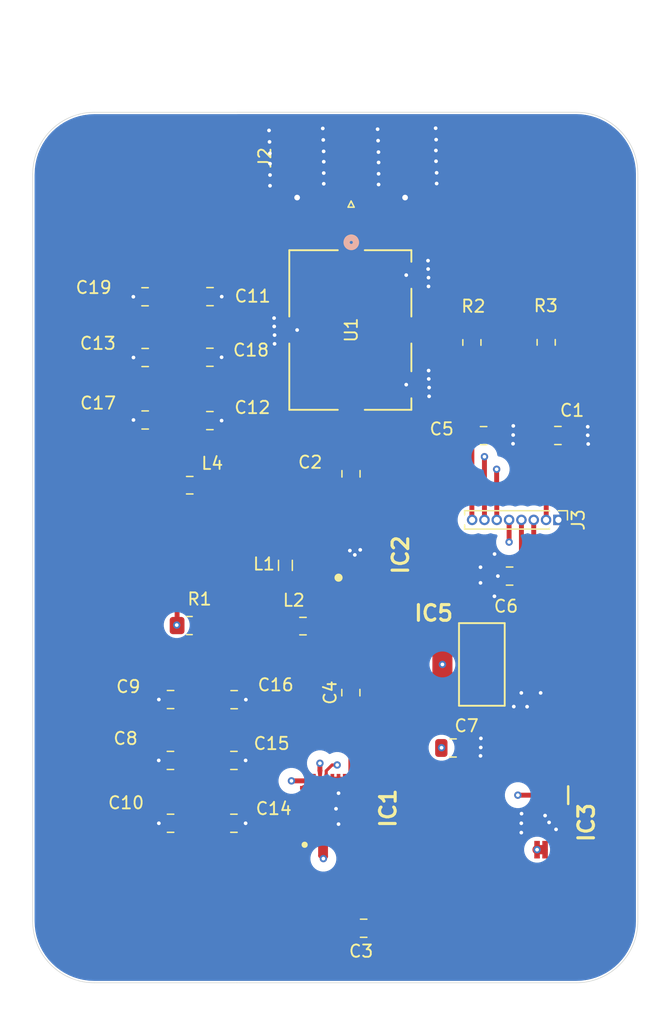
<source format=kicad_pcb>
(kicad_pcb
	(version 20241229)
	(generator "pcbnew")
	(generator_version "9.0")
	(general
		(thickness 1.5318)
		(legacy_teardrops no)
	)
	(paper "A4")
	(layers
		(0 "F.Cu" signal)
		(4 "In1.Cu" signal)
		(6 "In2.Cu" signal)
		(2 "B.Cu" signal)
		(9 "F.Adhes" user "F.Adhesive")
		(11 "B.Adhes" user "B.Adhesive")
		(13 "F.Paste" user)
		(15 "B.Paste" user)
		(5 "F.SilkS" user "F.Silkscreen")
		(7 "B.SilkS" user "B.Silkscreen")
		(1 "F.Mask" user)
		(3 "B.Mask" user)
		(17 "Dwgs.User" user "User.Drawings")
		(19 "Cmts.User" user "User.Comments")
		(21 "Eco1.User" user "User.Eco1")
		(23 "Eco2.User" user "User.Eco2")
		(25 "Edge.Cuts" user)
		(27 "Margin" user)
		(31 "F.CrtYd" user "F.Courtyard")
		(29 "B.CrtYd" user "B.Courtyard")
		(35 "F.Fab" user)
		(33 "B.Fab" user)
		(39 "User.1" user)
		(41 "User.2" user)
		(43 "User.3" user)
		(45 "User.4" user)
	)
	(setup
		(stackup
			(layer "F.SilkS"
				(type "Top Silk Screen")
			)
			(layer "F.Paste"
				(type "Top Solder Paste")
			)
			(layer "F.Mask"
				(type "Top Solder Mask")
				(thickness 0.01)
			)
			(layer "F.Cu"
				(type "copper")
				(thickness 0.0432)
			)
			(layer "dielectric 1"
				(type "prepreg")
				(thickness 0.1999)
				(material "FR4")
				(epsilon_r 4.5)
				(loss_tangent 0.02)
			)
			(layer "In1.Cu"
				(type "copper")
				(thickness 0.0175)
			)
			(layer "dielectric 2"
				(type "core")
				(thickness 0.9906)
				(material "FR4")
				(epsilon_r 4.5)
				(loss_tangent 0.02)
			)
			(layer "In2.Cu"
				(type "copper")
				(thickness 0.0175)
			)
			(layer "dielectric 3"
				(type "prepreg")
				(thickness 0.1999)
				(material "FR4")
				(epsilon_r 4.5)
				(loss_tangent 0.02)
			)
			(layer "B.Cu"
				(type "copper")
				(thickness 0.0432)
			)
			(layer "B.Mask"
				(type "Bottom Solder Mask")
				(thickness 0.01)
			)
			(layer "B.Paste"
				(type "Bottom Solder Paste")
			)
			(layer "B.SilkS"
				(type "Bottom Silk Screen")
			)
			(copper_finish "None")
			(dielectric_constraints no)
		)
		(pad_to_mask_clearance 0)
		(allow_soldermask_bridges_in_footprints no)
		(tenting front back)
		(pcbplotparams
			(layerselection 0x00000000_00000000_55555555_5755f5ff)
			(plot_on_all_layers_selection 0x00000000_00000000_00000000_00000000)
			(disableapertmacros no)
			(usegerberextensions no)
			(usegerberattributes yes)
			(usegerberadvancedattributes yes)
			(creategerberjobfile yes)
			(dashed_line_dash_ratio 12.000000)
			(dashed_line_gap_ratio 3.000000)
			(svgprecision 4)
			(plotframeref no)
			(mode 1)
			(useauxorigin no)
			(hpglpennumber 1)
			(hpglpenspeed 20)
			(hpglpendiameter 15.000000)
			(pdf_front_fp_property_popups yes)
			(pdf_back_fp_property_popups yes)
			(pdf_metadata yes)
			(pdf_single_document no)
			(dxfpolygonmode yes)
			(dxfimperialunits yes)
			(dxfusepcbnewfont yes)
			(psnegative no)
			(psa4output no)
			(plot_black_and_white yes)
			(sketchpadsonfab no)
			(plotpadnumbers no)
			(hidednponfab no)
			(sketchdnponfab yes)
			(crossoutdnponfab yes)
			(subtractmaskfromsilk no)
			(outputformat 1)
			(mirror no)
			(drillshape 1)
			(scaleselection 1)
			(outputdirectory "")
		)
	)
	(net 0 "")
	(net 1 "Net-(IC2-RF-IN)")
	(net 2 "Net-(U1-LO)")
	(net 3 "Net-(IC2-RF-OUT_&_DC)")
	(net 4 "/RF_IN")
	(net 5 "Net-(IC3-OUT)")
	(net 6 "/RF_OUT")
	(net 7 "/ESP")
	(net 8 "GND")
	(net 9 "/5V")
	(net 10 "Net-(IC1-D4{slash}LE0)")
	(net 11 "/LE")
	(net 12 "/SI")
	(net 13 "/CLK")
	(net 14 "Net-(IC2-BIAS)")
	(net 15 "unconnected-(IC2-NC_5-Pad8)")
	(net 16 "unconnected-(IC2-NC_3-Pad4)")
	(net 17 "unconnected-(IC2-NC_1-Pad2)")
	(net 18 "unconnected-(IC2-NC_2-Pad3)")
	(net 19 "unconnected-(IC2-NC_4-Pad5)")
	(net 20 "/Tune")
	(net 21 "unconnected-(IC3-N.C.-Pad1)")
	(net 22 "Net-(J2-In)")
	(net 23 "Net-(C10-Pad1)")
	(net 24 "Net-(U1-IF)")
	(net 25 "unconnected-(IC5-OUT_2-Pad2)")
	(net 26 "Net-(IC1-S{slash}~{P})")
	(net 27 "/FLL")
	(footprint "Capacitor_SMD:C_0805_2012Metric" (layer "F.Cu") (at 115.09 93.13 180))
	(footprint "Capacitor_SMD:C_0805_2012Metric" (layer "F.Cu") (at 142.6 73.07 180))
	(footprint "Inductor_SMD:L_0805_2012Metric_Pad1.05x1.20mm_HandSolder" (layer "F.Cu") (at 124.41 72.1985 90))
	(footprint "Capacitor_SMD:C_0805_2012Metric" (layer "F.Cu") (at 146.52 61.66))
	(footprint "Capacitor_SMD:C_0805_2012Metric" (layer "F.Cu") (at 129.731 64.7685 -90))
	(footprint "Capacitor_SMD:C_0805_2012Metric" (layer "F.Cu") (at 138.01 87.02))
	(footprint "Connector_PinHeader_1.00mm:PinHeader_1x08_P1.00mm_Vertical" (layer "F.Cu") (at 146.56 68.51 -90))
	(footprint "Capacitor_SMD:C_0805_2012Metric" (layer "F.Cu") (at 118.28 55.31))
	(footprint "Resistor_SMD:R_0805_2012Metric_Pad1.20x1.40mm_HandSolder" (layer "F.Cu") (at 116.62 77.085))
	(footprint "ADP3338AKCZ-5-R7:SOT230P700X180-4N" (layer "F.Cu") (at 140.35 80.24 180))
	(footprint "Capacitor_SMD:C_0805_2012Metric" (layer "F.Cu") (at 115.09 83.09 180))
	(footprint "Resistor_SMD:R_0805_2012Metric_Pad1.20x1.40mm_HandSolder" (layer "F.Cu") (at 145.57 54.1 90))
	(footprint "Capacitor_SMD:C_0805_2012Metric_Pad1.18x1.45mm_HandSolder" (layer "F.Cu") (at 130.7575 101.65))
	(footprint "Resistor_SMD:R_0805_2012Metric_Pad1.20x1.40mm_HandSolder" (layer "F.Cu") (at 139.54 54.11 90))
	(footprint "QFN50P500X500X90:QFN50P500X500X90-33N-D" (layer "F.Cu") (at 128.47 92 90))
	(footprint "Capacitor_SMD:C_0805_2012Metric" (layer "F.Cu") (at 118.28 60.45))
	(footprint "Connector_Coaxial:SMA_Molex_73251-1153_EdgeMount_Horizontal" (layer "F.Cu") (at 129.74 40.63 -90))
	(footprint "Capacitor_SMD:C_0805_2012Metric" (layer "F.Cu") (at 113.02 50.4 180))
	(footprint "Capacitor_SMD:C_0805_2012Metric" (layer "F.Cu") (at 113.03 55.33 180))
	(footprint "Capacitor_SMD:C_0805_2012Metric" (layer "F.Cu") (at 118.29 50.39))
	(footprint "Inductor_SMD:L_0805_2012Metric_Pad1.15x1.40mm_HandSolder" (layer "F.Cu") (at 125.835 77.13))
	(footprint "Capacitor_SMD:C_0805_2012Metric" (layer "F.Cu") (at 140.49 61.67))
	(footprint "MAX2623EUA:SOP65P490X110-9N" (layer "F.Cu") (at 145.805 93.062 -90))
	(footprint "LNA_PLL:QFN66P300X300X89-9N" (layer "F.Cu") (at 130.041 71.3485 90))
	(footprint "Capacitor_SMD:C_0805_2012Metric_Pad1.18x1.45mm_HandSolder" (layer "F.Cu") (at 129.72 82.5275 90))
	(footprint "Capacitor_SMD:C_0805_2012Metric" (layer "F.Cu") (at 113.03 60.4 180))
	(footprint "Capacitor_SMD:C_0805_2012Metric" (layer "F.Cu") (at 120.23 93.13))
	(footprint "Capacitor_SMD:C_0805_2012Metric" (layer "F.Cu") (at 115.08 88.03 180))
	(footprint "footprints_mix:TTT166_MNC" (layer "F.Cu") (at 129.6775 53.0979 90))
	(footprint "Capacitor_SMD:C_0805_2012Metric" (layer "F.Cu") (at 120.23 88.03))
	(footprint "Capacitor_SMD:C_0805_2012Metric" (layer "F.Cu") (at 120.25 83.1))
	(footprint "Inductor_SMD:L_0805_2012Metric_Pad1.15x1.40mm_HandSolder" (layer "F.Cu") (at 116.645 65.695))
	(gr_rect
		(start 125.7 92.21)
		(end 127.11 93.72)
		(stroke
			(width 0.2)
			(type solid)
		)
		(fill yes)
		(layer "F.Cu")
		(net 8)
		(uuid "2f171cc3-7986-4b81-8565-7b0bf2a4b680")
	)
	(gr_poly
		(pts
			(xy 129.825487 95.382134) (xy 129.614961 95.382134) (xy 129.660224 94.952134) (xy 129.71 94.62) (xy 129.78 94.95)
		)
		(stroke
			(width 0.2)
			(type solid)
		)
		(fill yes)
		(layer "F.Cu")
		(net 4)
		(uuid "35e5da3c-c6bf-4c91-a244-d3ce75e8d593")
	)
	(gr_poly
		(pts
			(xy 127.11 88.83) (xy 127.317782 88.83) (xy 127.279887 89.19) (xy 127.228282 89.332526) (xy 127.160111 89.192134)
		)
		(stroke
			(width 0.2)
			(type solid)
		)
		(fill yes)
		(layer "F.Cu")
		(net 13)
		(uuid "52ed289a-f338-46e8-a8b3-20aa6201b102")
	)
	(gr_rect
		(start 127.14 94.05)
		(end 127.78 94.99)
		(stroke
			(width 0.2)
			(type solid)
		)
		(fill yes)
		(layer "F.Cu")
		(net 26)
		(uuid "84ce7d96-dbff-4186-a828-805574d32b42")
	)
	(gr_rect
		(start 130.19 89.15)
		(end 131.23 94.86)
		(stroke
			(width 0.2)
			(type solid)
		)
		(fill yes)
		(layer "F.Cu")
		(net 8)
		(uuid "a483e69c-a5be-4c41-a45d-b8dc8d58002f")
	)
	(gr_poly
		(pts
			(xy 129.622105 88.85) (xy 129.817895 88.85) (xy 129.78 89.21) (xy 129.728395 89.352526) (xy 129.660224 89.212134)
		)
		(stroke
			(width 0.2)
			(type solid)
		)
		(fill yes)
		(layer "F.Cu")
		(net 6)
		(uuid "af415c8b-c407-4b19-8e73-57e7f973da42")
	)
	(gr_line
		(start 127.46 94.68)
		(end 127.46 95.66)
		(stroke
			(width 0.2)
			(type default)
		)
		(layer "F.Cu")
		(net 26)
		(uuid "d6b71489-6567-4e55-b4f3-4e14c7179171")
	)
	(gr_line
		(start 120.475534 106.074466)
		(end 148.004466 106.074466)
		(stroke
			(width 0.05)
			(type default)
		)
		(layer "Edge.Cuts")
		(uuid "0b36b555-400c-479f-bfdb-dba098349b73")
	)
	(gr_arc
		(start 148.004466 35.425534)
		(mid 151.54 36.89)
		(end 153.004466 40.425534)
		(stroke
			(width 0.05)
			(type default)
		)
		(layer "Edge.Cuts")
		(uuid "0d48c8f5-1a05-4bb4-bb1e-4a98d8b2b2b5")
	)
	(gr_line
		(start 153.004466 101.0745)
		(end 153.004466 40.425534)
		(stroke
			(width 0.05)
			(type default)
		)
		(layer "Edge.Cuts")
		(uuid "2d0e1df4-6a12-47e1-8fb1-0b78f6639561")
	)
	(gr_arc
		(start 108.905534 106.074466)
		(mid 105.37 104.61)
		(end 103.905534 101.074466)
		(stroke
			(width 0.05)
			(type default)
		)
		(layer "Edge.Cuts")
		(uuid "454f7ffa-24c2-4220-b404-01f2b38aa0b4")
	)
	(gr_arc
		(start 153.004466 101.074466)
		(mid 151.54 104.61)
		(end 148.004466 106.074466)
		(stroke
			(width 0.05)
			(type default)
		)
		(layer "Edge.Cuts")
		(uuid "4f0a8343-d351-484e-a27c-7365cf771aa1")
	)
	(gr_line
		(start 103.905535 101.074466)
		(end 103.905535 40.43)
		(stroke
			(width 0.05)
			(type default)
		)
		(layer "Edge.Cuts")
		(uuid "950026e8-c314-4a8a-a6a3-e5e591584520")
	)
	(gr_line
		(start 148.004466 35.425535)
		(end 120.48 35.425535)
		(stroke
			(width 0.05)
			(type default)
		)
		(layer "Edge.Cuts")
		(uuid "ed5b9a9e-5b60-4ce9-8f5e-6e1726177c6a")
	)
	(gr_line
		(start 120.48 35.43)
		(end 108.91 35.43)
		(stroke
			(width 0.05)
			(type default)
		)
		(layer "Edge.Cuts")
		(uuid "f57f509a-4605-4171-a8c9-7cc45d34f937")
	)
	(gr_arc
		(start 103.91 40.43)
		(mid 105.374466 36.894466)
		(end 108.91 35.43)
		(stroke
			(width 0.05)
			(type default)
		)
		(layer "Edge.Cuts")
		(uuid "f8d43a77-b4eb-4cd6-b8ac-05326e723585")
	)
	(gr_line
		(start 120.475534 106.074466)
		(end 108.905534 106.074466)
		(stroke
			(width 0.05)
			(type default)
		)
		(layer "Edge.Cuts")
		(uuid "f91a5bcd-9a6d-49e6-8c94-7ebb526b42fe")
	)
	(segment
		(start 129.72 77.159)
		(end 129.711 77.15)
		(width 0.398728)
		(layer "F.Cu")
		(net 1)
		(uuid "080e6c2d-a6ae-46fb-8a01-9ff873a94113")
	)
	(segment
		(start 129.711 72.7985)
		(end 129.711 73.5)
		(width 0.398728)
		(layer "F.Cu")
		(net 1)
		(uuid "29308979-70b5-415a-b17b-e4726bd1b294")
	)
	(segment
		(start 129.72 81.49)
		(end 129.72 77.159)
		(width 0.398728)
		(layer "F.Cu")
		(net 1)
		(uuid "398f9cde-3ba7-4a3d-aa4e-8379d206c794")
	)
	(segment
		(start 129.711 73.5)
		(end 129.711 77.15)
		(width 0.398728)
		(layer "F.Cu")
		(net 1)
		(uuid "3ff29c96-620d-480f-a653-0fbf304be545")
	)
	(segment
		(start 126.86 77.13)
		(end 129.691 77.13)
		(width 0.398728)
		(layer "F.Cu")
		(net 1)
		(uuid "c6ff7f3e-d76c-477f-8e06-2af6c290d5d1")
	)
	(segment
		(start 124.41 73.3485)
		(end 129.5595 73.3485)
		(width 0.398728)
		(layer "F.Cu")
		(net 1)
		(uuid "f340cedf-050b-4b86-868c-3ef000f0bff3")
	)
	(segment
		(start 129.5595 73.3485)
		(end 129.711 73.5)
		(width 0.398728)
		(layer "F.Cu")
		(net 1)
		(uuid "f44eac27-7a7c-4184-aea5-17ce6693be60")
	)
	(segment
		(start 129.7537 59.0669)
		(end 129.7537 63.7958)
		(width 0.398728)
		(layer "F.Cu")
		(net 2)
		(uuid "32ee679d-f4a4-44b3-9355-2718ad3d6e06")
	)
	(segment
		(start 129.7537 63.7958)
		(end 129.731 63.8185)
		(width 0.398728)
		(layer "F.Cu")
		(net 2)
		(uuid "e7f0ce5e-9654-45a7-8651-772b7e097b1a")
	)
	(segment
		(start 129.731 65.7185)
		(end 129.731 66.049)
		(width 0.398728)
		(layer "F.Cu")
		(net 3)
		(uuid "36e9e042-54fb-431c-b909-dac1029ecf8d")
	)
	(segment
		(start 129.711 66.069)
		(end 129.711 69.8985)
		(width 0.398728)
		(layer "F.Cu")
		(net 3)
		(uuid "74b6505c-2a5e-48e2-ab41-820a95c50c9e")
	)
	(segment
		(start 129.7025 65.69)
		(end 129.731 65.7185)
		(width 0.398728)
		(layer "F.Cu")
		(net 3)
		(uuid "78515c5b-993b-4a12-9ed1-1a4b2df38e3e")
	)
	(segment
		(start 129.731 66.049)
		(end 129.711 66.069)
		(width 0.398728)
		(layer "F.Cu")
		(net 3)
		(uuid "abcc590e-3179-408b-917f-ece7d454c3b3")
	)
	(segment
		(start 117.67 65.695)
		(end 129.7075 65.695)
		(width 0.398728)
		(layer "F.Cu")
		(net 3)
		(uuid "b26a5ca9-20f0-4a69-b412-c54f08f9e0f8")
	)
	(segment
		(start 129.7075 65.695)
		(end 129.731 65.7185)
		(width 0.398728)
		(layer "F.Cu")
		(net 3)
		(uuid "fbb88b0b-8998-4a36-b474-0a4b5af0da91")
	)
	(segment
		(start 129.72 101.65)
		(end 129.72 95.432309)
		(width 0.398728)
		(layer "F.Cu")
		(net 4)
		(uuid "4c887986-d2ae-411e-a80b-8cd1cf224859")
	)
	(segment
		(start 140.62 101.65)
		(end 131.795 101.65)
		(width 0.398728)
		(layer "F.Cu")
		(net 5)
		(uuid "81422b19-9156-4de0-9ec8-952f27fcb20e")
	)
	(segment
		(start 146.13 96.14)
		(end 140.62 101.65)
		(width 0.398728)
		(layer "F.Cu")
		(net 5)
		(uuid "d337b02b-497f-4c36-9781-4ea4c1e5f651")
	)
	(segment
		(start 146.13 95.274)
		(end 146.13 96.14)
		(width 0.398728)
		(layer "F.Cu")
		(net 5)
		(uuid "ebabb54e-0471-4637-924a-8e621f1ead09")
	)
	(segment
		(start 129.72 83.565)
		(end 129.72 88.864636)
		(width 0.398728)
		(layer "F.Cu")
		(net 6)
		(uuid "ae548f24-4aa7-4d0a-a579-5eca075eb7bf")
	)
	(segment
		(start 139.54 61.67)
		(end 139.54 55.11)
		(width 0.398728)
		(layer "F.Cu")
		(net 7)
		(uuid "6d66dca5-f136-4af3-b6b9-f84e4a42f3d8")
	)
	(segment
		(start 139.54 68.49)
		(end 139.56 68.51)
		(width 0.398728)
		(layer "F.Cu")
		(net 7)
		(uuid "cb0d08ed-4db2-42d1-90fe-879e57ce7b28")
	)
	(segment
		(start 139.54 61.67)
		(end 139.54 68.49)
		(width 0.398728)
		(layer "F.Cu")
		(net 7)
		(uuid "eecb4e67-ae88-4854-8513-11bce04c068c")
	)
	(segment
		(start 135.99 48.15)
		(end 134.7054 48.15)
		(width 0.25)
		(layer "F.Cu")
		(net 8)
		(uuid "03873696-f605-4315-924f-5cfac0a81e9b")
	)
	(segment
		(start 125.371 38.809)
		(end 125.371 38.9185)
		(width 0.25)
		(layer "F.Cu")
		(net 8)
		(uuid "08702650-6b98-41c3-a351-1dba4a828e93")
	)
	(segment
		(start 145.48 92.507)
		(end 145.48 90.85)
		(width 0.25)
		(layer "F.Cu")
		(net 8)
		(uuid "0978fd7d-2e00-47a6-976e-e8350d3b9f22")
	)
	(segment
		(start 123.16 41.39)
		(end 125.371 39.179)
		(width 0.25)
		(layer "F.Cu")
		(net 8)
		(uuid "0bf7ac19-8065-4f43-943f-e082bcbc7554")
	)
	(segment
		(start 148.94 60.95)
		(end 148.18 60.95)
		(width 0.25)
		(layer "F.Cu")
		(net 8)
		(uuid "0d9a258b-5286-4395-8ca4-d60396622ed6")
	)
	(segment
		(start 114.14 88.02)
		(end 114.13 88.03)
		(width 0.398728)
		(layer "F.Cu")
		(net 8)
		(uuid "0da5a059-4493-443b-a150-792762392184")
	)
	(segment
		(start 112.07 48.25)
		(end 112.87 47.45)
		(width 0.398728)
		(layer "F.Cu")
		(net 8)
		(uuid "0dd9ed4a-9ecf-4672-ba10-a4e1d01d1731")
	)
	(segment
		(start 134.4496 57.77)
		(end 134.2125 57.5329)
		(width 0.25)
		(layer "F.Cu")
		(net 8)
		(uuid "0eabe019-d38f-4ea4-8122-f74c5dfd66a9")
	)
	(segment
		(start 136.5225 41.21)
		(end 134.221 38.9085)
		(width 0.25)
		(layer "F.Cu")
		(net 8)
		(uuid "12587238-0076-4dff-bfbe-b7984b3c01db")
	)
	(segment
		(start 135.3554 56.39)
		(end 134.2125 57.5329)
		(width 0.25)
		(layer "F.Cu")
		(net 8)
		(uuid "16410092-a72d-462b-8384-49aa83f63fea")
	)
	(segment
		(start 139.6 87.66)
		(end 138.96 87.02)
		(width 0.25)
		(layer "F.Cu")
		(net 8)
		(uuid "164630af-0926-4f45-9180-c7d56cc6637a")
	)
	(segment
		(start 141.37 73.35)
		(end 141.65 73.07)
		(width 0.25)
		(layer "F.Cu")
		(net 8)
		(uuid "19232dc7-df61-422b-b8f9-9c8b3f24e7ff")
	)
	(segment
		(start 126.6195 37.67)
		(end 125.371 38.9185)
		(width 0.25)
		(layer "F.Cu")
		(net 8)
		(uuid "1dc1f11b-0eee-483e-a746-7f74a2b7a82a")
	)
	(segment
		(start 125.2125 38.76)
		(end 125.371 38.9185)
		(width 0.25)
		(layer "F.Cu")
		(net 8)
		(uuid "24b39ed5-04d2-4696-a7ba-9b776b65fc01")
	)
	(segment
		(start 140.27 86.24)
		(end 139.74 86.24)
		(width 0.25)
		(layer "F.Cu")
		(net 8)
		(uuid "25a99e8f-7233-49cd-8728-825d1df2575f")
	)
	(segment
		(start 121.18 88.03)
		(end 121.18 93.13)
		(width 0.398728)
		(layer "F.Cu")
		(net 8)
		(uuid "26649a10-d590-47ad-9a2c-4b61b833fb8b")
	)
	(segment
		(start 127.52 41.23)
		(end 125.371 39.081)
		(width 0.25)
		(layer "F.Cu")
		(net 8)
		(uuid "275b2bc1-08f3-4c12-8210-a6b99fbb5c38")
	)
	(segment
		(start 139.74 86.24)
		(end 138.96 87.02)
		(width 0.25)
		(layer "F.Cu")
		(net 8)
		(uuid "29582239-68d6-4733-94c7-e1345913512a")
	)
	(segment
		(start 124.6895 39.6)
		(end 125.371 38.9185)
		(width 0.25)
		(layer "F.Cu")
		(net 8)
		(uuid "2a471495-f01b-4b05-8767-07dc7af44667")
	)
	(segment
		(start 133.6395 39.49)
		(end 134.221 38.9085)
		(width 0.25)
		(layer "F.Cu")
		(net 8)
		(uuid "2b466981-d497-4d49-b856-e57e53b366b6")
	)
	(segment
		(start 124.3916 52.13)
		(end 125.3595 53.0979)
		(width 0.25)
		(layer "F.Cu")
		(net 8)
		(uuid "2bbfd64a-845a-4e5f-b965-547532d5e0fc")
	)
	(segment
		(start 123.53 53.51)
		(end 124.9474 53.51)
		(width 0.25)
		(layer "F.Cu")
		(net 8)
		(uuid "2e1e8974-e41e-467c-a083-04e75bc07049")
	)
	(segment
		(start 131.96 38.66)
		(end 133.8725 38.66)
		(width 0.25)
		(layer "F.Cu")
		(net 8)
		(uuid "2f5410a9-04e8-4124-9ea5-37581e7f422e")
	)
	(segment
		(start 145.805 93.062)
		(end 145.48 92.737)
		(width 0.25)
		(layer "F.Cu")
		(net 8)
		(uuid "2f7cef1f-b61c-4ea9-8e41-8136ca0c0c8b")
	)
	(segment
		(start 132.6295 40.42)
		(end 134.131 38.9185)
		(width 0.25)
		(layer "F.Cu")
		(net 8)
		(uuid "3132fd01-1bda-4b43-8f77-92783dc92b31")
	)
	(segment
		(start 148.18 60.95)
		(end 147.47 61.66)
		(width 0.25)
		(layer "F.Cu")
		(net 8)
		(uuid "329dd8bf-bf88-44e3-8292-15d522c44933")
	)
	(segment
		(start 136.4095 36.72)
		(end 134.221 38.9085)
		(width 0.25)
		(layer "F.Cu")
		(net 8)
		(uuid "33747d8c-0e63-4418-a949-130b36de4d22")
	)
	(segment
		(start 114.14 94.93)
		(end 114.81 95.6)
		(width 0.398728)
		(layer "F.Cu")
		(net 8)
		(uuid "36898090-1b99-42bf-80fb-e947c40d9a28")
	)
	(segment
		(start 114.13 88.03)
		(end 114.13 93.12)
		(width 0.398728)
		(layer "F.Cu")
		(net 8)
		(uuid "370ee463-0871-4256-a6d9-c9abc56f5ee4")
	)
	(segment
		(start 136.6 36.72)
		(end 136.4095 36.72)
		(width 0.25)
		(layer "F.Cu")
		(net 8)
		(uuid "38f656a0-5ee3-41af-aaad-35469629338e")
	)
	(segment
		(start 146.37 93.627)
		(end 146.78 94.037)
		(width 0.25)
		(layer "F.Cu")
		(net 8)
		(uuid "397cbd8d-e56e-427a-b729-59ba6da6a2c7")
	)
	(segment
		(start 127.44 36.74)
		(end 125.371 38.809)
		(width 0.25)
		(layer "F.Cu")
		(net 8)
		(uuid "3baacb40-1ac4-4667-829b-fd478958f2b6")
	)
	(segment
		(start 131.93 37.73)
		(end 132.9425 37.73)
		(width 0.25)
		(layer "F.Cu")
		(net 8)
		(uuid "3bc33c4b-22bd-40b0-b4cc-236d5db3759b")
	)
	(segment
		(start 140.24 87.66)
		(end 139.6 87.66)
		(width 0.25)
		(layer "F.Cu")
		(net 8)
		(uuid "3c17359f-e5fd-429f-bc86-6d314b0f752b")
	)
	(segment
		(start 128.72 91.75)
		(end 128.515 91.955)
		(width 0.398728)
		(layer "F.Cu")
		(net 8)
		(uuid "3cb5fc3e-ed7d-4155-91cf-d53d1c63217a")
	)
	(segment
		(start 145.48 92.737)
		(end 145.48 92.507)
		(width 0.25)
		(layer "F.Cu")
		(net 8)
		(uuid "3cc4c58d-ceba-437a-8d0b-2e0e19d948c6")
	)
	(segment
		(start 128.72 89.55)
		(end 129.22 89.55)
		(width 0.398728)
		(layer "F.Cu")
		(net 8)
		(uuid "3d4ab401-d545-4bc2-8db2-47efb2fadead")
	)
	(segment
		(start 120.6 95.6)
		(end 121.18 95.02)
		(width 0.398728)
		(layer "F.Cu")
		(net 8)
		(uuid "3ef34bc3-a7ac-49d1-9cc0-37549173ac34")
	)
	(segment
		(start 135.1296 49.56)
		(end 134.2125 48.6429)
		(width 0.25)
		(layer "F.Cu")
		(net 8)
		(uuid "3f709c1c-6f57-4712-a57b-79e7645d54b1")
	)
	(segment
		(start 125.8925 39.44)
		(end 125.371 38.9185)
		(width 0.25)
		(layer "F.Cu")
		(net 8)
		(uuid "44801242-63e0-4471-9e41-ca1e17675f73")
	)
	(segment
		(start 119.23 55.31)
		(end 119.23 60.45)
		(width 0.398728)
		(layer "F.Cu")
		(net 8)
		(uuid "45b979f5-1ba8-4bc1-b9fb-c013b7f32cac")
	)
	(segment
		(start 134.4196 48.85)
		(end 134.2125 48.6429)
		(width 0.25)
		(layer "F.Cu")
		(net 8)
		(uuid "466851d4-bf87-405a-9d54-b05b41677d41")
	)
	(segment
		(start 142.88 62.33)
		(end 142.1 62.33)
		(width 0.25)
		(layer "F.Cu")
		(net 8)
		(uuid "4755ba0d-55f3-4375-acac-abe17af79574")
	)
	(segment
		(start 135.6525 40.34)
		(end 134.221 38.9085)
		(width 0.25)
		(layer "F.Cu")
		(net 8)
		(uuid "4782afdb-69a1-4bab-84f8-c6a6310a3d4b")
	)
	(segment
		(start 127.52 39.44)
		(end 125.8925 39.44)
		(width 0.25)
		(layer "F.Cu")
		(net 8)
		(uuid "49674d2d-5395-4e6b-9ed4-3fc755f4e8aa")
	)
	(segment
		(start 142.9 60.88)
		(end 142.23 60.88)
		(width 0.25)
		(layer "F.Cu")
		(net 8)
		(uuid "49e5757e-9046-4d31-a924-bebcf92e2677")
	)
	(segment
		(start 134.7054 48.15)
		(end 134.2125 48.6429)
		(width 0.25)
		(layer "F.Cu")
		(net 8)
		(uuid "4aacf245-8cfc-4e37-8826-28ecded0a366")
	)
	(segment
		(start 127.51 38.6)
		(end 125.6895 38.6)
		(width 0.25)
		(layer "F.Cu")
		(net 8)
		(uuid "4ae9c0b8-7b99-401d-a78a-7bf41b3ba68b")
	)
	(segment
		(start 125.371 39.179)
		(end 125.371 38.9185)
		(width 0.25)
		(layer "F.Cu")
		(net 8)
		(uuid "4affc160-dd36-4a1b-bd0a-ae17b2f19cab")
	)
	(segment
		(start 118.4 40.52)
		(end 123.16 40.52)
		(width 0.398728)
		(layer "F.Cu")
		(net 8)
		(uuid "4b321e74-3855-4c14-a1ee-c57e4fa07836")
	)
	(segment
		(start 131.97 41.29)
		(end 131.97 41.0795)
		(width 0.25)
		(layer "F.Cu")
		(net 8)
		(uuid "4b96896b-86af-4dee-8849-c07486f866ba")
	)
	(segment
		(start 114.14 83.09)
		(end 114.14 88.02)
		(width 0.398728)
		(layer "F.Cu")
		(net 8)
		(uuid "51eff549-8687-4dbb-be10-6d4a355a34db")
	)
	(segment
		(start 119.24 47.93)
		(end 119.24 50.39)
		(width 0.398728)
		(layer "F.Cu")
		(net 8)
		(uuid "53027173-0663-4bb8-898a-114d8065c990")
	)
	(segment
		(start 144.378 93.062)
		(end 145.805 93.062)
		(width 0.25)
		(layer "F.Cu")
		(net 8)
		(uuid "544cc640-30d9-46e2-a237-554069033d64")
	)
	(segment
		(start 124.2374 54.22)
		(end 125.3595 53.0979)
		(width 0.25)
		(layer "F.Cu")
		(net 8)
		(uuid "54ea9319-aeff-4b94-9498-3e3da5fc303d")
	)
	(segment
		(start 141.38 72.8)
		(end 141.65 73.07)
		(width 0.25)
		(layer "F.Cu")
		(net 8)
		(uuid "5638a396-962d-42a2-88cf-4f28ee42984d")
	)
	(segment
		(start 112.08 50.41)
		(end 112.07 50.4)
		(width 0.398728)
		(layer "F.Cu")
		(net 8)
		(uuid "56ac0ffd-2aad-42ef-9371-4dae24f85107")
	)
	(segment
		(start 128.515 91.955)
		(end 128.47 92)
		(width 0.398728)
		(layer "F.Cu")
		(net 8)
		(uuid "58993b31-a81a-4a96-bca6-1a2516a1e746")
	)
	(segment
		(start 126.72 94.45)
		(end 126.72 93.28)
		(width 0.398728)
		(layer "F.Cu")
		(net 8)
		(uuid "5a555aa9-67e8-4406-b011-f241eaa25814")
	)
	(segment
		(start 144.02 83.67)
		(end 144.02 83.021)
		(width 0.25)
		(layer "F.Cu")
		(net 8)
		(uuid "5b9c5443-7950-4dde-bcef-1ed0ac6acf50")
	)
	(segment
		(start 140.24 72.35)
		(end 140.93 72.35)
		(width 0.25)
		(layer "F.Cu")
		(net 8)
		(uuid "5d7abaa2-306d-478f-ae70-2529c06c605d")
	)
	(segment
		(start 123.53 54.22)
		(end 124.2374 54.22)
		(width 0.25)
		(layer "F.Cu")
		(net 8)
		(uuid "5e445d89-1e7e-427e-af6c-0bc0818b9f98")
	)
	(segment
		(start 115.58 47.45)
		(end 115.58 43.34)
		(width 0.398728)
		(layer "F.Cu")
		(net 8)
		(uuid "5eb4cba4-94e9-4a2d-8031-ee02b29da124")
	)
	(segment
		(start 136.02 49.56)
		(end 135.1296 49.56)
		(width 0.25)
		(layer "F.Cu")
		(net 8)
		(uuid "6018f41f-d595-4c1f-82c1-271862b537f4")
	)
	(segment
		(start 136.62 38.53)
		(end 135.35 38.53)
		(width 0.2)
		(layer "F.Cu")
		(net 8)
		(uuid "61f952d4-56fb-4328-8e59-b11eafd87f73")
	)
	(segment
		(start 121.2 83.1)
		(end 121.2 88.01)
		(width 0.398728)
		(layer "F.Cu")
		(net 8)
		(uuid "62dd693f-aed6-456d-a79b-64444fb77199")
	)
	(segment
		(start 114.14 93.13)
		(end 114.14 94.93)
		(width 0.398728)
		(layer "F.Cu")
		(net 8)
		(uuid "62e71260-7fd4-46c0-bf5d-738d76a1e9ef")
	)
	(segment
		(start 141.49 61.62)
		(end 141.44 61.67)
		(width 0.25)
		(layer "F.Cu")
		(net 8)
		(uuid "637ebda1-b435-4d20-95c7-6280bfb2af6e")
	)
	(segment
		(start 126.8125 40.36)
		(end 125.371 38.9185)
		(width 0.25)
		(layer "F.Cu")
		(net 8)
		(uuid "656a9465-ba55-4b32-ba97-5541b7803a4e")
	)
	(segment
		(start 123.3525 36.9)
		(end 125.371 38.9185)
		(width 0.25)
		(layer "F.Cu")
		(net 8)
		(uuid "67afb940-9af3-499d-b61a-2f5832c30b55")
	)
	(segment
		(start 115.58 47.45)
		(end 118.76 47.45)
		(width 0.398728)
		(layer "F.Cu")
		(net 8)
		(uuid "68b6b4dd-b67e-40ed-ab9d-28924301eee3")
	)
	(segment
		(start 140.26 86.98)
		(end 139 86.98)
		(width 0.25)
		(layer "F.Cu")
		(net 8)
		(uuid "6939e923-b935-4fec-a1e7-6ba3eb58ef8b")
	)
	(segment
		(start 141.38 71.28)
		(end 141.38 72.8)
		(width 0.25)
		(layer "F.Cu")
		(net 8)
		(uuid "6e71caf7-5e14-4880-bfca-529d4f5cd86d")
	)
	(segment
		(start 128.72 92.25)
		(end 128.47 92)
		(width 0.398728)
		(layer "F.Cu")
		(net 8)
		(uuid "6eff0a16-6e3d-4528-a3d8-079ea898275d")
	)
	(segment
		(start 128.72 94.45)
		(end 128.22 94.45)
		(width 0.398728)
		(layer "F.Cu")
		(net 8)
		(uuid "72ffb94f-fba8-4df1-8edb-4c28ff3a35c3")
	)
	(segment
		(start 121.18 95.02)
		(end 121.18 93.13)
		(width 0.398728)
		(layer "F.Cu")
		(net 8)
		(uuid "730a5fa7-cc38-4a33-98c3-d79a286f1f81")
	)
	(segment
		(start 127.48 37.67)
		(end 126.6195 37.67)
		(width 0.25)
		(layer "F.Cu")
		(net 8)
		(uuid "74463926-a3db-401e-a6d4-59a28c7d58ce")
	)
	(segment
		(start 143.55 93.13)
		(end 145.737 93.13)
		(width 0.25)
		(layer "F.Cu")
		(net 8)
		(uuid "75924f16-e53f-4eb9-83fe-b16460f9dff1")
	)
	(segment
		(start 131.97 41.0795)
		(end 134.131 38.9185)
		(width 0.25)
		(layer "F.Cu")
		(net 8)
		(uuid "7abbdae5-877f-4f6f-9bd7-183b560470c5")
	)
	(segment
		(start 112.08 60.4)
		(end 112.08 55.33)
		(width 0.398728)
		(layer "F.Cu")
		(net 8)
		(uuid "7cfb38c2-630f-4e10-9322-7284440fb236")
	)
	(segment
		(start 124.2825 37.83)
		(end 125.371 38.9185)
		(width 0.25)
		(layer "F.Cu")
		(net 8)
		(uuid "80feb66b-1fd3-40dc-8da4-ff82e4d38d66")
	)
	(segment
		(start 134.61 39.4)
		(end 134.12 38.91)
		(width 0.398728)
		(layer "F.Cu")
		(net 8)
		(uuid "8211836e-0c4b-44d7-91c9-09417f1e700e")
	)
	(segment
		(start 143.55 93.89)
		(end 144.378 93.062)
		(width 0.25)
		(layer "F.Cu")
		(net 8)
		(uuid "82e6f1a7-b28c-41fd-b25e-fcd2e5c48611")
	)
	(segment
		(start 136.02 48.85)
		(end 134.4196 48.85)
		(width 0.25)
		(layer "F.Cu")
		(net 8)
		(uuid "832c1485-a388-4054-97f8-f088a3d73ae5")
	)
	(segment
		(start 140.24 73.62)
		(end 141.1 73.62)
		(width 0.25)
		(layer "F.Cu")
		(net 8)
		(uuid "83a2ee1a-2ba1-4486-a438-bfbd5b596a92")
	)
	(segment
		(start 131.97 40.42)
		(end 132.6295 40.42)
		(width 0.25)
		(layer "F.Cu")
		(net 8)
		(uuid "83bc7385-f7f7-418d-9b24-e78d4b2c9812")
	)
	(segment
		(start 136.64 37.65)
		(end 135.4795 37.65)
		(width 0.25)
		(layer "F.Cu")
		(net 8)
		(uuid "849b45ef-d1b9-433c-aa30-2480eec5cc7b")
	)
	(segment
		(start 145.805 93.062)
		(end 146.37 93.627)
		(width 0.25)
		(layer "F.Cu")
		(net 8)
		(uuid "86c1277d-2740-4dbb-aee5-362577d0bd5c")
	)
	(segment
		(start 145.12 82.55)
		(end 143.5518 82.55)
		(width 0.25)
		(layer "F.Cu")
		(net 8)
		(uuid "879c95b0-d801-4518-a72e-cb280e3a97c7")
	)
	(segment
		(start 141.1 73.62)
		(end 141.65 73.07)
		(width 0.25)
		(layer "F.Cu")
		(net 8)
		(uuid "8958f187-12e6-4c41-92ef-a177dbe7708b")
	)
	(segment
		(start 127.52 40.36)
		(end 126.8125 40.36)
		(width 0.25)
		(layer "F.Cu")
		(net 8)
		(uuid "8a221869-14c8-463e-b982-74d8208c3299")
	)
	(segment
		(start 123.5 52.81)
		(end 125.0716 52.81)
		(width 0.25)
		(layer "F.Cu")
		(net 8)
		(uuid "8ba9c23d-8431-4258-a98c-3ea91bc44b56")
	)
	(segment
		(start 125.6895 38.6)
		(end 125.371 38.9185)
		(width 0.25)
		(layer "F.Cu")
		(net 8)
		(uuid "8c93457b-a20b-4b46-91c8-ba1756b32495")
	)
	(segment
		(start 128.72 89.55)
		(end 128.72 90.69)
		(width 0.398728)
		(layer "F.Cu")
		(net 8)
		(uuid "8dc1244a-afb4-4996-9f47-4f4dde469d99")
	)
	(segment
		(start 114.13 93.12)
		(end 114.14 93.13)
		(width 0.398728)
		(layer "F.Cu")
		(net 8)
		(uuid "8e191e2c-0b83-4bd2-bc3c-8246e83b3fd0")
	)
	(segment
		(start 134.5 38.53)
		(end 134.12 38.91)
		(width 0.398728)
		(layer "F.Cu")
		(net 8)
		(uuid "902e11c1-b7f0-4e41-b796-d787d611e61c")
	)
	(segment
		(start 128.72 89.55)
		(end 128.22 89.55)
		(width 0.398728)
		(layer "F.Cu")
		(net 8)
		(uuid "95269eba-8a0b-4ac8-8b1e-81ed3fd8455c")
	)
	(segment
		(start 128.72 90.69)
		(end 128.72 91.75)
		(width 0.398728)
		(layer "F.Cu")
		(net 8)
		(uuid "96a952bd-248f-49d2-93e4-bc1992fcebe6")
	)
	(segment
		(start 142.23 60.88)
		(end 141.44 61.67)
		(width 0.25)
		(layer "F.Cu")
		(net 8)
		(uuid "971f0760-a43a-45f1-aeeb-d0589c545eb9")
	)
	(segment
		(start 148.16 62.35)
		(end 147.47 61.66)
		(width 0.25)
		(layer "F.Cu")
		(net 8)
		(uuid "995e9c88-c861-4c61-bf3e-0bd3deef41ca")
	)
	(segment
		(start 142.94 83.1618)
		(end 143.5504 82.5514)
		(width 0.25)
		(layer "F.Cu")
		(net 8)
		(uuid "9c30be96-bc9c-4dd0-918e-12beb688b0c8")
	)
	(segment
		(start 121.18 93.13)
		(end 126.2425 93.13)
		(width 0.398728)
		(layer "F.Cu")
		(net 8)
		(uuid "9d28cb0c-c000-4640-a11a-d87e2b68e9bb")
	)
	(segment
		(start 128.72 93.2)
		(end 128.72 92.25)
		(width 0.398728)
		(layer "F.Cu")
		(net 8)
		(uuid "9f0d5ffa-3646-4348-ba97-72f67ea109b0")
	)
	(segment
		(start 143.57 92.35)
		(end 144.282 93.062)
		(width 0.25)
		(layer "F.Cu")
		(net 8)
		(uuid "a1ae3d88-9e96-489e-a455-9594fd845b1e")
	)
	(segment
		(start 145.737 93.13)
		(end 145.805 93.062)
		(width 0.25)
		(layer "F.Cu")
		(net 8)
		(uuid "a3e443c9-c06c-4ccb-93e4-068c36b366ff")
	)
	(segment
		(start 136.07 58.48)
		(end 135.1596 58.48)
		(width 0.25)
		(layer "F.Cu")
		(net 8)
		(uuid "a4ba72e0-c997-4726-98d8-876a0396c6f8")
	)
	(segment
		(start 142.89 61.62)
		(end 141.49 61.62)
		(width 0.25)
		(layer "F.Cu")
		(net 8)
		(uuid "a5431fe7-1e3b-4362-9f54-832a896c5429")
	)
	(segment
		(start 112.07 50.4)
		(end 112.07 48.25)
		(width 0.398728)
		(layer "F.Cu")
		(net 8)
		(uuid "a68cec83-b79d-4194-bc98-49fa11f957c1")
	)
	(segment
		(start 143.5518 82.55)
		(end 143.5504 82.5514)
		(width 0.25)
		(layer "F.Cu")
		(net 8)
		(uuid "a82330fb-11ed-49a5-a07d-96b88d330d7c")
	)
	(segment
		(start 115.58 43.34)
		(end 118.4 40.52)
		(width 0.398728)
		(layer "F.Cu")
		(net 8)
		(uuid "aaa23c9a-467f-4e8b-9af6-f5026d73efe1")
	)
	(segment
		(start 121.2 88.01)
		(end 121.18 88.03)
		(width 0.398728)
		(layer "F.Cu")
		(net 8)
		(uuid "ab7543db-da29-4997-b8e5-d199ddf8144c")
	)
	(segment
		(start 112.08 55.33)
		(end 112.08 50.41)
		(width 0.398728)
		(layer "F.Cu")
		(net 8)
		(uuid "ab948083-891b-408a-a7d4-9427653cc5b5")
	)
	(segment
		(start 123.08 36.9)
		(end 123.3525 36.9)
		(width 0.25)
		(layer "F.Cu")
		(net 8)
		(uuid "ac7ac4c6-97fe-468c-9082-e651f8a0285a")
	)
	(segment
		(start 123.15 38.76)
		(end 125.2125 38.76)
		(width 0.25)
		(layer "F.Cu")
		(net 8)
		(uuid "adb2442f-c64c-4599-843a-06ca1fba90e0")
	)
	(segment
		(start 119.24 55.3)
		(end 119.23 55.31)
		(width 0.398728)
		(layer "F.Cu")
		(net 8)
		(uuid "af0918de-be71-42f4-b6ed-00321eb47e9b")
	)
	(segment
		(start 119.24 52.79)
		(end 119.24 55.3)
		(width 0.398728)
		(layer "F.Cu")
		(net 8)
		(uuid "b0c24af2-26a5-4522-b857-43ad65e50840")
	)
	(segment
		(start 139 86.98)
		(end 138.96 87.02)
		(width 0.25)
		(layer "F.Cu")
		(net 8)
		(uuid "b4470140-9f6c-4d29-bb60-fce42d9998fc")
	)
	(segment
		(start 136.63 39.4)
		(end 135.35 39.4)
		(width 0.2)
		(layer "F.Cu")
		(net 8)
		(uuid "b5eca183-305e-46bc-bc19-5e37dc9b78d2")
	)
	(segment
		(start 136.68 41.21)
		(end 136.5225 41.21)
		(width 0.25)
		(layer "F.Cu")
		(net 8)
		(uuid "b72ac43b-2ec4-4aae-8cb2-3cd956e60f48")
	)
	(segment
		(start 147.49 61.64)
		(end 147.47 61.66)
		(width 0.25)
		(layer "F.Cu")
		(net 8)
		(uuid "b90913de-4240-4793-a7a4-46c11b8eb344")
	)
	(segment
		(start 131.97 39.5)
		(end 133.5495 39.5)
		(width 0.25)
		(layer "F.Cu")
		(net 8)
		(uuid "bce3398b-0bc9-4575-9080-25f6df43c952")
	)
	(segment
		(start 135.3854 47.47)
		(end 134.2125 48.6429)
		(width 0.25)
		(layer "F.Cu")
		(net 8)
		(uuid "c23fc974-e17a-4e85-b37c-affd6844e717")
	)
	(segment
		(start 124.9474 53.51)
		(end 125.3595 53.0979)
		(width 0.25)
		(layer "F.Cu")
		(net 8)
		(uuid "c2653de1-bc0b-4e5e-b96f-0dcd9dcb8ad1")
	)
	(segment
		(start 123.16 39.6)
		(end 124.6895 39.6)
		(width 0.25)
		(layer "F.Cu")
		(net 8)
		(uuid "c2e7fa00-4fd9-4019-87d3-79e881ccbea7")
	)
	(segment
		(start 123.16 40.52)
		(end 123.7695 40.52)
		(width 0.25)
		(layer "F.Cu")
		(net 8)
		(uuid "c34dac83-3a3e-4986-be00-e3ca9855e674")
	)
	(segment
		(start 141.37 74.71)
		(end 141.37 73.35)
		(width 0.25)
		(layer "F.Cu")
		(net 8)
		(uuid "c389bfa8-0a53-40fc-9e7d-642e60e84516")
	)
	(segment
		(start 123.49 52.13)
		(end 124.3916 52.13)
		(width 0.25)
		(layer "F.Cu")
		(net 8)
		(uuid "c43ab38c-acd6-4e80-84cf-a114dd0794b1")
	)
	(segment
		(start 132.0125 36.8)
		(end 134.131 38.9185)
		(width 0.25)
		(layer "F.Cu")
		(net 8)
		(uuid "c8d6fbb3-cac7-4976-9144-1b309e80ea12")
	)
	(segment
		(start 136.68 40.34)
		(end 135.6525 40.34)
		(width 0.25)
		(layer "F.Cu")
		(net 8)
		(uuid "c923efcc-46f5-42e4-8fe9-bf2d71b3025d")
	)
	(segment
		(start 123.5 52.81)
		(end 119.26 52.81)
		(width 0.25)
		(layer "F.Cu")
		(net 8)
		(uuid "cab24141-d5ea-44cd-8d17-aa34927a1a86")
	)
	(segment
		(start 118.76 47.45)
		(end 119.24 47.93)
		(width 0.398728)
		(layer "F.Cu")
		(net 8)
		(uuid "cc19fae2-aab4-4fd0-a087-a15995aba7cd")
	)
	(segment
		(start 146.78 94.037)
		(end 146.78 95.274)
		(width 0.25)
		(layer "F.Cu")
		(net 8)
		(uuid "ceb87e24-2975-461c-a20d-c1258e844ddf")
	)
	(segment
		(start 136.04 57.07)
		(end 134.6754 57.07)
		(width 0.25)
		(layer "F.Cu")
		(net 8)
		(uuid "d13a49b3-bcf1-43ca-b036-1c070e2deb1e")
	)
	(segment
		(start 133.9625 38.65)
		(end 134.221 38.9085)
		(width 0.25)
		(layer "F.Cu")
		(net 8)
		(uuid "d6d8d800-0928-4595-aa64-242793e2e6f1")
	)
	(segment
		(start 136.03 56.39)
		(end 135.3554 56.39)
		(width 0.25)
		(layer "F.Cu")
		(net 8)
		(uuid "d6f74c5d-e575-481a-9aaf-d2b2f5841634")
	)
	(segment
		(start 128.72 94.45)
		(end 128.72 93.2)
		(width 0.398728)
		(layer "F.Cu")
		(net 8)
		(uuid "d76f53f2-92da-486c-bab8-d425b263862a")
	)
	(segment
		(start 119.24 50.39)
		(end 119.24 52.79)
		(width 0.398728)
		(layer "F.Cu")
		(net 8)
		(uuid "d8c5043a-eef1-4829-900b-27bef790c656")
	)
	(segment
		(start 142.94 83.66)
		(end 142.94 83.1618)
		(width 0.25)
		(layer "F.Cu")
		(net 8)
		(uuid "d97d19db-498a-404a-9fbf-97526544d224")
	)
	(segment
		(start 148.94 61.64)
		(end 147.49 61.64)
		(width 0.25)
		(layer "F.Cu")
		(net 8)
		(uuid "dd9720fb-590f-4555-a71c-845a09fb17fb")
	)
	(segment
		(start 125.371 39.081)
		(end 125.371 38.9185)
		(width 0.25)
		(layer "F.Cu")
		(net 8)
		(uuid "e1b2007f-e99d-4e01-901e-33190a483dc0")
	)
	(segment
		(start 131.89 36.8)
		(end 132.0125 36.8)
		(width 0.25)
		(layer "F.Cu")
		(net 8)
		(uui
... [57112 chars truncated]
</source>
